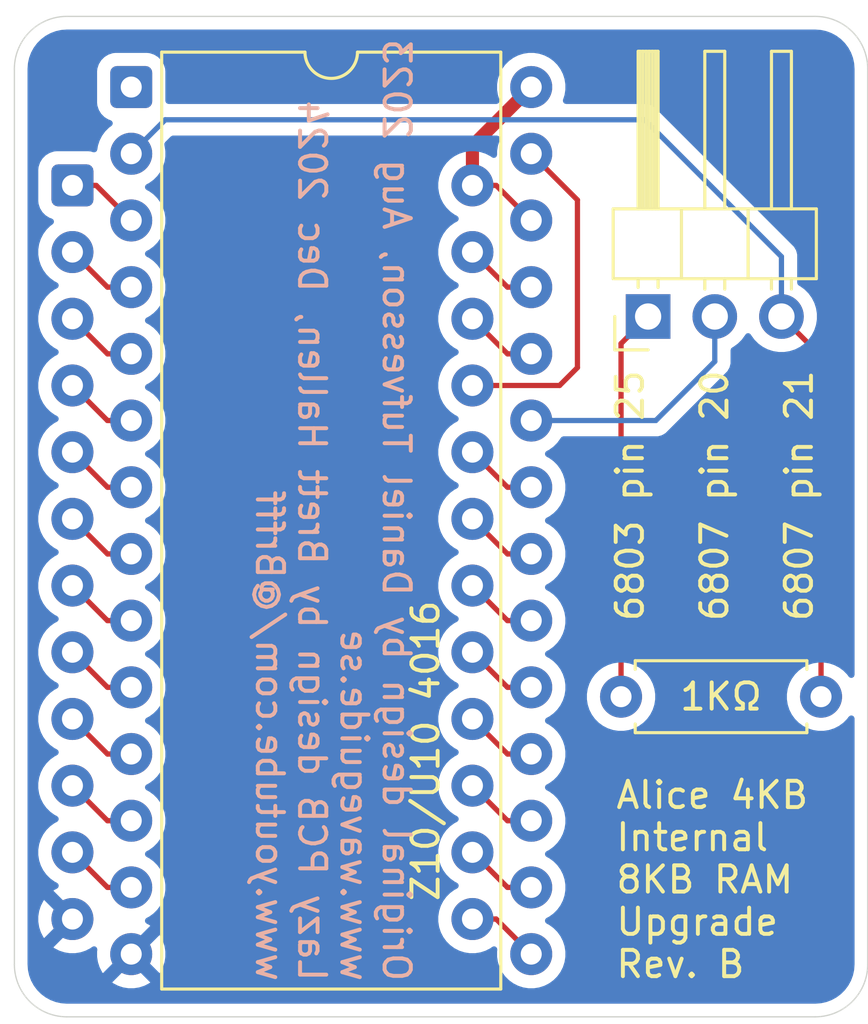
<source format=kicad_pcb>
(kicad_pcb (version 20241229) (generator "pcbnew") (generator_version "9.0")
  (title_block (title "Matra Alice Internal 8KB RAM Expansion") (date "28-Apr-2025") (rev "B") (company "Brett Hallen") (comment 1 "www.youtube.com/@Brfff"))
  (layers (0 "F.Cu" signal) (2 "B.Cu" signal) (13 "F.Paste" user) (15 "B.Paste" user) (5 "F.SilkS" user "F.Silkscreen") (7 "B.SilkS" user "B.Silkscreen") (1 "F.Mask" user) (3 "B.Mask" user) (25 "Edge.Cuts" user))
  (net 0 "")
  (net 1 "A11")
  (net 2 "A12")
  (net 3 "Net-(J1-6803_p25)")
  (net 4 "/A9")
  (net 5 "Vcc")
  (net 6 "/A7")
  (net 7 "/A5")
  (net 8 "/D7")
  (net 9 "/~{OE}")
  (net 10 "/~{WE}")
  (net 11 "/A0")
  (net 12 "/D3")
  (net 13 "/A1")
  (net 14 "/D6")
  (net 15 "/D4")
  (net 16 "/D0")
  (net 17 "/A3")
  (net 18 "GND")
  (net 19 "/A6")
  (net 20 "/~{CS}")
  (net 22 "/D5")
  (net 23 "/A8")
  (net 24 "/A10")
  (net 25 "/D1")
  (net 26 "/A4")
  (net 27 "/D2")
  (net 28 "/A2")
  (footprint "Connector_PinHeader_2.54mm:PinHeader_1x03_P2.54mm_Horizontal" (layer "F.Cu") (at 90.693 51.054 90)
    (property "Reference" "J1" (hide yes))
    (property "Value" "Conn_01x03" (hide yes))
    (fp_line (start 4.1 -1.33) (end 1.44 -1.33) (stroke (width 0.12)) (layer "F.SilkS"))
    (fp_line (start 1.44 -1.33) (end 1.44 6.41) (stroke (width 0.12)) (layer "F.SilkS"))
    (fp_line (start -1.27 -1.27) (end 0 -1.27) (stroke (width 0.12)) (layer "F.SilkS"))
    (fp_line (start 10.1 -0.38) (end 10.1 0.38) (stroke (width 0.12)) (layer "F.SilkS"))
    (fp_line (start 4.1 -0.38) (end 10.1 -0.38) (stroke (width 0.12)) (layer "F.SilkS"))
    (fp_line (start 1.11 -0.38) (end 1.44 -0.38) (stroke (width 0.12)) (layer "F.SilkS"))
    (fp_line (start 4.1 -0.32) (end 10.1 -0.32) (stroke (width 0.12)) (layer "F.SilkS"))
    (fp_line (start 4.1 -0.2) (end 10.1 -0.2) (stroke (width 0.12)) (layer "F.SilkS"))
    (fp_line (start 4.1 -0.08) (end 10.1 -0.08) (stroke (width 0.12)) (layer "F.SilkS"))
    (fp_line (start -1.27 0) (end -1.27 -1.27) (stroke (width 0.12)) (layer "F.SilkS"))
    (fp_line (start 4.1 0.04) (end 10.1 0.04) (stroke (width 0.12)) (layer "F.SilkS"))
    (fp_line (start 4.1 0.16) (end 10.1 0.16) (stroke (width 0.12)) (layer "F.SilkS"))
    (fp_line (start 4.1 0.28) (end 10.1 0.28) (stroke (width 0.12)) (layer "F.SilkS"))
    (fp_line (start 10.1 0.38) (end 4.1 0.38) (stroke (width 0.12)) (layer "F.SilkS"))
    (fp_line (start 1.11 0.38) (end 1.44 0.38) (stroke (width 0.12)) (layer "F.SilkS"))
    (fp_line (start 1.44 1.27) (end 4.1 1.27) (stroke (width 0.12)) (layer "F.SilkS"))
    (fp_line (start 10.1 2.16) (end 10.1 2.92) (stroke (width 0.12)) (layer "F.SilkS"))
    (fp_line (start 4.1 2.16) (end 10.1 2.16) (stroke (width 0.12)) (layer "F.SilkS"))
    (fp_line (start 1.042929 2.16) (end 1.44 2.16) (stroke (width 0.12)) (layer "F.SilkS"))
    (fp_line (start 10.1 2.92) (end 4.1 2.92) (stroke (width 0.12)) (layer "F.SilkS"))
    (fp_line (start 1.042929 2.92) (end 1.44 2.92) (stroke (width 0.12)) (layer "F.SilkS"))
    (fp_line (start 1.44 3.81) (end 4.1 3.81) (stroke (width 0.12)) (layer "F.SilkS"))
    (fp_line (start 10.1 4.7) (end 10.1 5.46) (stroke (width 0.12)) (layer "F.SilkS"))
    (fp_line (start 4.1 4.7) (end 10.1 4.7) (stroke (width 0.12)) (layer "F.SilkS"))
    (fp_line (start 1.042929 4.7) (end 1.44 4.7) (stroke (width 0.12)) (layer "F.SilkS"))
    (fp_line (start 10.1 5.46) (end 4.1 5.46) (stroke (width 0.12)) (layer "F.SilkS"))
    (fp_line (start 1.042929 5.46) (end 1.44 5.46) (stroke (width 0.12)) (layer "F.SilkS"))
    (fp_line (start 4.1 6.41) (end 4.1 -1.33) (stroke (width 0.12)) (layer "F.SilkS"))
    (fp_line (start 1.44 6.41) (end 4.1 6.41) (stroke (width 0.12)) (layer "F.SilkS"))
    (pad "1" thru_hole rect (at 0 0 90) (size 1.7 1.7) (drill 1) (layers "*.Cu" "*.Mask") (net 3 "Net-(J1-6803_p25)"))
    (pad "2" thru_hole oval (at 0 2.54 90) (size 1.7 1.7) (drill 1) (layers "*.Cu" "*.Mask") (net 1 "A11"))
    (pad "3" thru_hole oval (at 0 5.08 90) (size 1.7 1.7) (drill 1) (layers "*.Cu" "*.Mask") (net 2 "A12"))
  )
  (footprint "Resistor_THT:R_Axial_DIN0207_L6.3mm_D2.5mm_P7.62mm_Horizontal" (layer "F.Cu") (at 97.282 65.532 180)
    (property "Reference" "R1" (hide yes))
    (property "Value" "1KΩ" (at 3.81 0 0) (layer "F.SilkS"))
    (fp_line (start 7.08 1.37) (end 7.08 1.04) (stroke (width 0.12)) (layer "F.SilkS"))
    (fp_line (start 7.08 -1.37) (end 7.08 -1.04) (stroke (width 0.12)) (layer "F.SilkS"))
    (fp_line (start 0.54 1.37) (end 7.08 1.37) (stroke (width 0.12)) (layer "F.SilkS"))
    (fp_line (start 0.54 1.04) (end 0.54 1.37) (stroke (width 0.12)) (layer "F.SilkS"))
    (fp_line (start 0.54 -1.04) (end 0.54 -1.37) (stroke (width 0.12)) (layer "F.SilkS"))
    (fp_line (start 0.54 -1.37) (end 7.08 -1.37) (stroke (width 0.12)) (layer "F.SilkS"))
    (pad "1" thru_hole circle (at 0 0 180) (size 1.6 1.6) (drill 0.8) (layers "*.Cu" "*.Mask") (net 2 "A12"))
    (pad "2" thru_hole oval (at 7.62 0 180) (size 1.6 1.6) (drill 0.8) (layers "*.Cu" "*.Mask") (net 3 "Net-(J1-6803_p25)"))
  )
  (footprint "Package_DIP:DIP-24_W15.24mm" (layer "F.Cu") (at 68.76 46.06)
    (property "Reference" "Z10" (hide yes))
    (property "Value" "D4016" (hide yes))
    (pad "1" thru_hole roundrect (at 0 0) (size 1.6 1.6) (drill 0.8) (layers "*.Cu" "*.Mask") (roundrect_rratio 0.15625) (net 6 "/A7"))
    (pad "2" thru_hole circle (at 0 2.54) (size 1.6 1.6) (drill 0.8) (layers "*.Cu" "*.Mask") (net 19 "/A6"))
    (pad "3" thru_hole circle (at 0 5.08) (size 1.6 1.6) (drill 0.8) (layers "*.Cu" "*.Mask") (net 7 "/A5"))
    (pad "4" thru_hole circle (at 0 7.62) (size 1.6 1.6) (drill 0.8) (layers "*.Cu" "*.Mask") (net 26 "/A4"))
    (pad "5" thru_hole circle (at 0 10.16) (size 1.6 1.6) (drill 0.8) (layers "*.Cu" "*.Mask") (net 17 "/A3"))
    (pad "6" thru_hole circle (at 0 12.7) (size 1.6 1.6) (drill 0.8) (layers "*.Cu" "*.Mask") (net 28 "/A2"))
    (pad "7" thru_hole circle (at 0 15.24) (size 1.6 1.6) (drill 0.8) (layers "*.Cu" "*.Mask") (net 13 "/A1"))
    (pad "8" thru_hole circle (at 0 17.78) (size 1.6 1.6) (drill 0.8) (layers "*.Cu" "*.Mask") (net 11 "/A0"))
    (pad "9" thru_hole circle (at 0 20.32) (size 1.6 1.6) (drill 0.8) (layers "*.Cu" "*.Mask") (net 16 "/D0"))
    (pad "10" thru_hole circle (at 0 22.86) (size 1.6 1.6) (drill 0.8) (layers "*.Cu" "*.Mask") (net 25 "/D1"))
    (pad "11" thru_hole circle (at 0 25.4) (size 1.6 1.6) (drill 0.8) (layers "*.Cu" "*.Mask") (net 27 "/D2"))
    (pad "12" thru_hole circle (at 0 27.94) (size 1.6 1.6) (drill 0.8) (layers "*.Cu" "*.Mask") (net 18 "GND"))
    (pad "13" thru_hole circle (at 15.24 27.94) (size 1.6 1.6) (drill 0.8) (layers "*.Cu" "*.Mask") (net 12 "/D3"))
    (pad "14" thru_hole circle (at 15.24 25.4) (size 1.6 1.6) (drill 0.8) (layers "*.Cu" "*.Mask") (net 15 "/D4"))
    (pad "15" thru_hole circle (at 15.24 22.86) (size 1.6 1.6) (drill 0.8) (layers "*.Cu" "*.Mask") (net 22 "/D5"))
    (pad "16" thru_hole circle (at 15.24 20.32) (size 1.6 1.6) (drill 0.8) (layers "*.Cu" "*.Mask") (net 14 "/D6"))
    (pad "17" thru_hole circle (at 15.24 17.78) (size 1.6 1.6) (drill 0.8) (layers "*.Cu" "*.Mask") (net 8 "/D7"))
    (pad "18" thru_hole circle (at 15.24 15.24) (size 1.6 1.6) (drill 0.8) (layers "*.Cu" "*.Mask") (net 20 "/~{CS}"))
    (pad "19" thru_hole circle (at 15.24 12.7) (size 1.6 1.6) (drill 0.8) (layers "*.Cu" "*.Mask") (net 24 "/A10"))
    (pad "20" thru_hole circle (at 15.24 10.16) (size 1.6 1.6) (drill 0.8) (layers "*.Cu" "*.Mask") (net 9 "/~{OE}"))
    (pad "21" thru_hole circle (at 15.24 7.62) (size 1.6 1.6) (drill 0.8) (layers "*.Cu" "*.Mask") (net 10 "/~{WE}"))
    (pad "22" thru_hole circle (at 15.24 5.08) (size 1.6 1.6) (drill 0.8) (layers "*.Cu" "*.Mask") (net 4 "/A9"))
    (pad "23" thru_hole circle (at 15.24 2.54) (size 1.6 1.6) (drill 0.8) (layers "*.Cu" "*.Mask") (net 23 "/A8"))
    (pad "24" thru_hole circle (at 15.24 0) (size 1.6 1.6) (drill 0.8) (layers "*.Cu" "*.Mask") (net 5 "Vcc"))
  )
  (footprint "Package_DIP:DIP-28_W15.24mm" (layer "F.Cu") (at 71 42.315664)
    (property "Reference" "U1" (hide yes))
    (property "Value" "6264" (hide yes))
    (fp_line (start 1.16 -1.33) (end 1.16 34.35) (stroke (width 0.12)) (layer "F.SilkS"))
    (fp_line (start 1.16 34.35) (end 14.08 34.35) (stroke (width 0.12)) (layer "F.SilkS"))
    (fp_line (start 6.62 -1.33) (end 1.16 -1.33) (stroke (width 0.12)) (layer "F.SilkS"))
    (fp_line (start 14.08 -1.33) (end 8.62 -1.33) (stroke (width 0.12)) (layer "F.SilkS"))
    (fp_line (start 14.08 34.35) (end 14.08 -1.33) (stroke (width 0.12)) (layer "F.SilkS"))
    (fp_arc (start 8.62 -1.33) (mid 7.62 -0.33) (end 6.62 -1.33) (stroke (width 0.12)) (layer "F.SilkS"))
    (pad "1" thru_hole roundrect (at 0 0) (size 1.6 1.6) (drill 0.8) (layers "*.Cu" "*.Mask") (roundrect_rratio 0.15625))
    (pad "2" thru_hole circle (at 0 2.54) (size 1.6 1.6) (drill 0.8) (layers "*.Cu" "*.Mask") (net 2 "A12"))
    (pad "3" thru_hole circle (at 0 5.08) (size 1.6 1.6) (drill 0.8) (layers "*.Cu" "*.Mask") (net 6 "/A7"))
    (pad "4" thru_hole circle (at 0 7.62) (size 1.6 1.6) (drill 0.8) (layers "*.Cu" "*.Mask") (net 19 "/A6"))
    (pad "5" thru_hole circle (at 0 10.16) (size 1.6 1.6) (drill 0.8) (layers "*.Cu" "*.Mask") (net 7 "/A5"))
    (pad "6" thru_hole circle (at 0 12.7) (size 1.6 1.6) (drill 0.8) (layers "*.Cu" "*.Mask") (net 26 "/A4"))
    (pad "7" thru_hole circle (at 0 15.24) (size 1.6 1.6) (drill 0.8) (layers "*.Cu" "*.Mask") (net 17 "/A3"))
    (pad "8" thru_hole circle (at 0 17.78) (size 1.6 1.6) (drill 0.8) (layers "*.Cu" "*.Mask") (net 28 "/A2"))
    (pad "9" thru_hole circle (at 0 20.32) (size 1.6 1.6) (drill 0.8) (layers "*.Cu" "*.Mask") (net 13 "/A1"))
    (pad "10" thru_hole circle (at 0 22.86) (size 1.6 1.6) (drill 0.8) (layers "*.Cu" "*.Mask") (net 11 "/A0"))
    (pad "11" thru_hole circle (at 0 25.4) (size 1.6 1.6) (drill 0.8) (layers "*.Cu" "*.Mask") (net 16 "/D0"))
    (pad "12" thru_hole circle (at 0 27.94) (size 1.6 1.6) (drill 0.8) (layers "*.Cu" "*.Mask") (net 25 "/D1"))
    (pad "13" thru_hole circle (at 0 30.48) (size 1.6 1.6) (drill 0.8) (layers "*.Cu" "*.Mask") (net 27 "/D2"))
    (pad "14" thru_hole circle (at 0 33.02) (size 1.6 1.6) (drill 0.8) (layers "*.Cu" "*.Mask") (net 18 "GND"))
    (pad "15" thru_hole circle (at 15.24 33.02) (size 1.6 1.6) (drill 0.8) (layers "*.Cu" "*.Mask") (net 12 "/D3"))
    (pad "16" thru_hole circle (at 15.24 30.48) (size 1.6 1.6) (drill 0.8) (layers "*.Cu" "*.Mask") (net 15 "/D4"))
    (pad "17" thru_hole circle (at 15.24 27.94) (size 1.6 1.6) (drill 0.8) (layers "*.Cu" "*.Mask") (net 22 "/D5"))
    (pad "18" thru_hole circle (at 15.24 25.4) (size 1.6 1.6) (drill 0.8) (layers "*.Cu" "*.Mask") (net 14 "/D6"))
    (pad "19" thru_hole circle (at 15.24 22.86) (size 1.6 1.6) (drill 0.8) (layers "*.Cu" "*.Mask") (net 8 "/D7"))
    (pad "20" thru_hole circle (at 15.24 20.32) (size 1.6 1.6) (drill 0.8) (layers "*.Cu" "*.Mask") (net 20 "/~{CS}"))
    (pad "21" thru_hole circle (at 15.24 17.78) (size 1.6 1.6) (drill 0.8) (layers "*.Cu" "*.Mask") (net 24 "/A10"))
    (pad "22" thru_hole circle (at 15.24 15.24) (size 1.6 1.6) (drill 0.8) (layers "*.Cu" "*.Mask") (net 9 "/~{OE}"))
    (pad "23" thru_hole circle (at 15.24 12.7) (size 1.6 1.6) (drill 0.8) (layers "*.Cu" "*.Mask") (net 1 "A11"))
    (pad "24" thru_hole circle (at 15.24 10.16) (size 1.6 1.6) (drill 0.8) (layers "*.Cu" "*.Mask") (net 4 "/A9"))
    (pad "25" thru_hole circle (at 15.24 7.62) (size 1.6 1.6) (drill 0.8) (layers "*.Cu" "*.Mask") (net 23 "/A8"))
    (pad "26" thru_hole circle (at 15.24 5.08) (size 1.6 1.6) (drill 0.8) (layers "*.Cu" "*.Mask") (net 5 "Vcc"))
    (pad "27" thru_hole circle (at 15.24 2.54) (size 1.6 1.6) (drill 0.8) (layers "*.Cu" "*.Mask") (net 10 "/~{WE}"))
    (pad "28" thru_hole circle (at 15.24 0) (size 1.6 1.6) (drill 0.8) (layers "*.Cu" "*.Mask") (net 5 "Vcc"))
  )
  (gr_arc (start 97.06 39.624) (mid 98.474214 40.209786) (end 99.06 41.624) (stroke (width 0.05)) (layer "Edge.Cuts"))
  (gr_arc (start 68.548 77.724) (mid 67.133786 77.138214) (end 66.548 75.724) (stroke (width 0.05)) (layer "Edge.Cuts"))
  (gr_arc (start 66.548 41.624) (mid 67.133786 40.209786) (end 68.548 39.624) (stroke (width 0.05)) (layer "Edge.Cuts"))
  (gr_line (start 99.06 41.624) (end 99.06 75.724) (stroke (width 0.05)) (layer "Edge.Cuts"))
  (gr_arc (start 99.06 75.724) (mid 98.474214 77.138214) (end 97.06 77.724) (stroke (width 0.05)) (layer "Edge.Cuts"))
  (gr_line (start 68.548 39.624) (end 97.06 39.624) (stroke (width 0.05)) (layer "Edge.Cuts"))
  (gr_line (start 97.06 77.724) (end 68.548 77.724) (stroke (width 0.05)) (layer "Edge.Cuts"))
  (gr_line (start 66.548 75.724) (end 66.548 41.624) (stroke (width 0.05)) (layer "Edge.Cuts"))
  (gr_text "6803 pin 25\n\n6807 pin 20\n\n6807 pin 21" (at 97.028 62.738 90) (layer "F.SilkS") (effects (font (size 1 1)) (justify left bottom)))
  (gr_text "Z10/U10 4016" (at 82.804 73.406 90) (layer "F.SilkS") (effects (font (size 1 1)) (justify left bottom)))
  (gr_text "Original design by Daniel Tufvesson, Aug 2023\nwww.waveguide.se\nLazy PCB design by Brett Hallen, Dec 2024\nwww.youtube.com/@Brfff" (at 75.692 76.454 270) (layer "B.SilkS") (effects (font (size 1 1)) (justify left bottom mirror)))
  (gr_text_box "Alice 4KB Internal 8KB RAM Upgrade\nRev. B" (start 88.646 67.945) (end 98.552 76.835) (margins 0.75 0.75 0.75 0.75) (layer "F.SilkS") (effects (font (size 1 1)) (justify left top)) (border no))
  (segment (start 86.24 55.015664) (end 90.984336 55.015664) (width 0.2) (layer "B.Cu") (net 1))
  (segment (start 93.233 52.767) (end 93.233 51.054) (width 0.2) (layer "B.Cu") (net 1))
  (segment (start 90.984336 55.015664) (end 93.233 52.767) (width 0.2) (layer "B.Cu") (net 1))
  (segment (start 95.773 51.054) (end 97.282 52.563) (width 0.2) (layer "F.Cu") (net 2))
  (segment (start 97.282 52.563) (end 97.282 65.532) (width 0.2) (layer "F.Cu") (net 2))
  (segment (start 71 44.855664) (end 72.294524 43.56114) (width 0.2) (layer "B.Cu") (net 2))
  (segment (start 72.294524 43.56114) (end 90.56114 43.56114) (width 0.2) (layer "B.Cu") (net 2))
  (segment (start 95.773 48.773) (end 95.773 51.054) (width 0.2) (layer "B.Cu") (net 2))
  (segment (start 90.56114 43.56114) (end 95.773 48.773) (width 0.2) (layer "B.Cu") (net 2))
  (segment (start 89.662 52.085) (end 90.693 51.054) (width 0.2) (layer "F.Cu") (net 3))
  (segment (start 89.662 65.532) (end 89.662 52.085) (width 0.2) (layer "F.Cu") (net 3))
  (segment (start 84 51.14) (end 85.335664 52.475664) (width 0.2) (layer "F.Cu") (net 4))
  (segment (start 85.335664 52.475664) (end 86.24 52.475664) (width 0.2) (layer "F.Cu") (net 4))
  (segment (start 84 44.555664) (end 84 46.06) (width 0.5) (layer "F.Cu") (net 5))
  (segment (start 84.904336 46.06) (end 86.24 47.395664) (width 0.2) (layer "F.Cu") (net 5))
  (segment (start 86.24 42.315664) (end 84 44.555664) (width 0.5) (layer "F.Cu") (net 5))
  (segment (start 84 46.06) (end 84.904336 46.06) (width 0.2) (layer "F.Cu") (net 5))
  (segment (start 69.664336 46.06) (end 71 47.395664) (width 0.2) (layer "F.Cu") (net 6))
  (segment (start 68.76 46.06) (end 69.664336 46.06) (width 0.2) (layer "F.Cu") (net 6))
  (segment (start 68.76 51.14) (end 70.095664 52.475664) (width 0.2) (layer "F.Cu") (net 7))
  (segment (start 70.095664 52.475664) (end 71 52.475664) (width 0.2) (layer "F.Cu") (net 7))
  (segment (start 84 63.84) (end 85.335664 65.175664) (width 0.2) (layer "F.Cu") (net 8))
  (segment (start 85.335664 65.175664) (end 86.24 65.175664) (width 0.2) (layer "F.Cu") (net 8))
  (segment (start 85.335664 57.555664) (end 86.24 57.555664) (width 0.2) (layer "F.Cu") (net 9))
  (segment (start 84 56.22) (end 85.335664 57.555664) (width 0.2) (layer "F.Cu") (net 9))
  (segment (start 88 46.615664) (end 86.24 44.855664) (width 0.2) (layer "F.Cu") (net 10))
  (segment (start 88 53) (end 88 46.615664) (width 0.2) (layer "F.Cu") (net 10))
  (segment (start 84 53.68) (end 87.32 53.68) (width 0.2) (layer "F.Cu") (net 10))
  (segment (start 87.32 53.68) (end 88 53) (width 0.2) (layer "F.Cu") (net 10))
  (segment (start 68.76 63.84) (end 70.095664 65.175664) (width 0.2) (layer "F.Cu") (net 11))
  (segment (start 70.095664 65.175664) (end 71 65.175664) (width 0.2) (layer "F.Cu") (net 11))
  (segment (start 84 74) (end 84.904336 74) (width 0.2) (layer "F.Cu") (net 12))
  (segment (start 84.904336 74) (end 86.24 75.335664) (width 0.2) (layer "F.Cu") (net 12))
  (segment (start 68.76 61.3) (end 70.095664 62.635664) (width 0.2) (layer "F.Cu") (net 13))
  (segment (start 70.095664 62.635664) (end 71 62.635664) (width 0.2) (layer "F.Cu") (net 13))
  (segment (start 84 66.38) (end 85.335664 67.715664) (width 0.2) (layer "F.Cu") (net 14))
  (segment (start 85.335664 67.715664) (end 86.24 67.715664) (width 0.2) (layer "F.Cu") (net 14))
  (segment (start 84 71.46) (end 85.335664 72.795664) (width 0.2) (layer "F.Cu") (net 15))
  (segment (start 85.335664 72.795664) (end 86.24 72.795664) (width 0.2) (layer "F.Cu") (net 15))
  (segment (start 68.76 66.38) (end 70.095664 67.715664) (width 0.2) (layer "F.Cu") (net 16))
  (segment (start 70.095664 67.715664) (end 71 67.715664) (width 0.2) (layer "F.Cu") (net 16))
  (segment (start 68.76 56.22) (end 70.095664 57.555664) (width 0.2) (layer "F.Cu") (net 17))
  (segment (start 70.095664 57.555664) (end 71 57.555664) (width 0.2) (layer "F.Cu") (net 17))
  (segment (start 70.095664 49.935664) (end 71 49.935664) (width 0.2) (layer "F.Cu") (net 19))
  (segment (start 68.76 48.6) (end 70.095664 49.935664) (width 0.2) (layer "F.Cu") (net 19))
  (segment (start 85.335664 62.635664) (end 86.24 62.635664) (width 0.2) (layer "F.Cu") (net 20))
  (segment (start 84 61.3) (end 85.335664 62.635664) (width 0.2) (layer "F.Cu") (net 20))
  (segment (start 84 68.92) (end 85.335664 70.255664) (width 0.2) (layer "F.Cu") (net 22))
  (segment (start 85.335664 70.255664) (end 86.24 70.255664) (width 0.2) (layer "F.Cu") (net 22))
  (segment (start 85.335664 49.935664) (end 86.24 49.935664) (width 0.2) (layer "F.Cu") (net 23))
  (segment (start 84 48.6) (end 85.335664 49.935664) (width 0.2) (layer "F.Cu") (net 23))
  (segment (start 85.335664 60.095664) (end 86.24 60.095664) (width 0.2) (layer "F.Cu") (net 24))
  (segment (start 84 58.76) (end 85.335664 60.095664) (width 0.2) (layer "F.Cu") (net 24))
  (segment (start 70.095664 70.255664) (end 71 70.255664) (width 0.2) (layer "F.Cu") (net 25))
  (segment (start 68.76 68.92) (end 70.095664 70.255664) (width 0.2) (layer "F.Cu") (net 25))
  (segment (start 70.095664 55.015664) (end 71 55.015664) (width 0.2) (layer "F.Cu") (net 26))
  (segment (start 68.76 53.68) (end 70.095664 55.015664) (width 0.2) (layer "F.Cu") (net 26))
  (segment (start 68.76 71.46) (end 70.095664 72.795664) (width 0.2) (layer "F.Cu") (net 27))
  (segment (start 70.095664 72.795664) (end 71 72.795664) (width 0.2) (layer "F.Cu") (net 27))
  (segment (start 68.76 58.76) (end 70.095664 60.095664) (width 0.2) (layer "F.Cu") (net 28))
  (segment (start 70.095664 60.095664) (end 71 60.095664) (width 0.2) (layer "F.Cu") (net 28))
  (zone (net 18) (net_name "GND") (layer "B.Cu") (connect_pads (clearance 0.5)) (min_thickness 0.25) (fill yes (thermal_gap 0.5) (thermal_bridge_width 0.5))
    (polygon (pts (xy 66 39) (xy 99 39) (xy 99 78) (xy 66 78)))
  )
)
</source>
